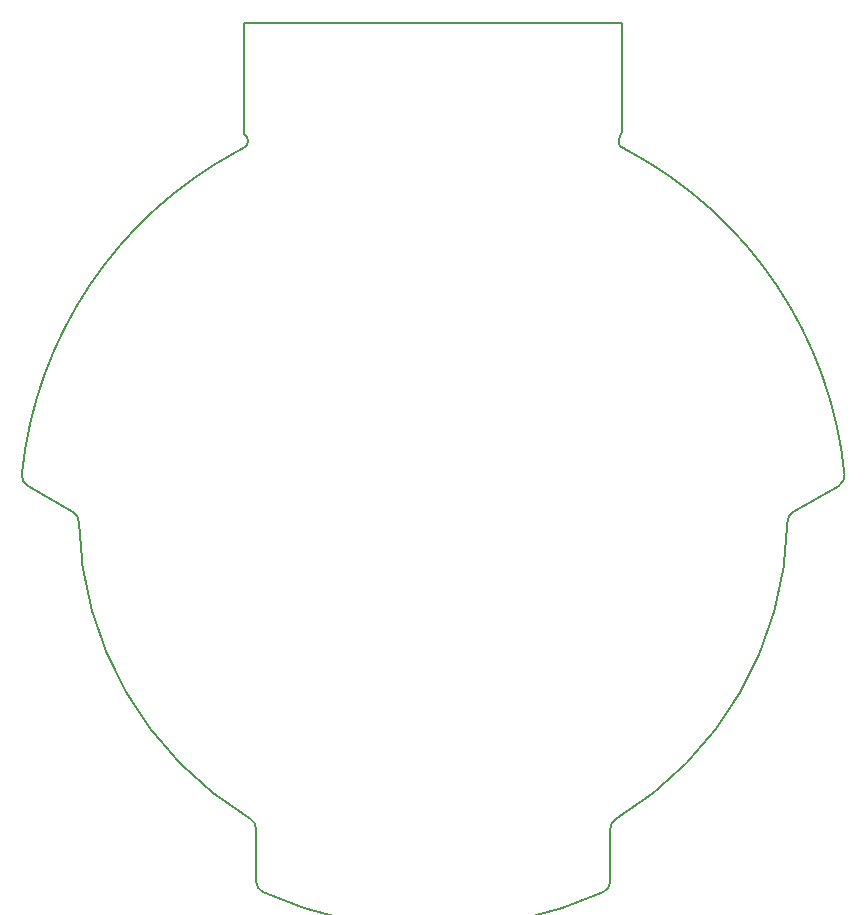
<source format=gbr>
%TF.GenerationSoftware,KiCad,Pcbnew,7.0.6*%
%TF.CreationDate,2024-04-14T17:53:18+02:00*%
%TF.ProjectId,amulet_controller,616d756c-6574-45f6-936f-6e74726f6c6c,1.1*%
%TF.SameCoordinates,Original*%
%TF.FileFunction,Profile,NP*%
%FSLAX46Y46*%
G04 Gerber Fmt 4.6, Leading zero omitted, Abs format (unit mm)*
G04 Created by KiCad (PCBNEW 7.0.6) date 2024-04-14 17:53:18*
%MOMM*%
%LPD*%
G01*
G04 APERTURE LIST*
%TA.AperFunction,Profile*%
%ADD10C,0.200000*%
%TD*%
G04 APERTURE END LIST*
D10*
X131972620Y-59148317D02*
G75*
G03*
X113672501Y-86533479I16527780J-30851783D01*
G01*
X162912152Y-121895231D02*
G75*
G03*
X163500400Y-120983971I-411652J911231D01*
G01*
X132536513Y-58846236D02*
G75*
G03*
X132800398Y-58405497I-236113J440736D01*
G01*
X133500403Y-116551943D02*
G75*
G03*
X133016528Y-115695429I-1000103J-57D01*
G01*
X164200405Y-58405495D02*
G75*
G03*
X164464289Y-58846234I499995J-5D01*
G01*
X133500428Y-120983970D02*
G75*
G03*
X134088635Y-121895259I999972J-30D01*
G01*
X163984274Y-115695425D02*
G75*
G03*
X178495141Y-90561866I-15483874J25695325D01*
G01*
X182833206Y-87498535D02*
G75*
G03*
X183328296Y-86533478I-500006J866035D01*
G01*
X132500400Y-57744151D02*
X132536513Y-57763500D01*
X178994960Y-89714558D02*
G75*
G03*
X178495141Y-90561866I500040J-866042D01*
G01*
X132536512Y-58846234D02*
X131972621Y-59148319D01*
X164500400Y-48300103D02*
X132500398Y-48300102D01*
X164350404Y-57847167D02*
G75*
G03*
X164200400Y-58204237I349896J-357033D01*
G01*
X163500400Y-120983971D02*
X163500399Y-116551940D01*
X133500400Y-116551943D02*
X133500401Y-120983970D01*
X163984282Y-115695438D02*
G75*
G03*
X163500399Y-116551940I516018J-856462D01*
G01*
X114167584Y-87498553D02*
X118005835Y-89714566D01*
X118505658Y-90561866D02*
G75*
G03*
X133016529Y-115695428I29994742J561766D01*
G01*
X134088636Y-121895258D02*
G75*
G03*
X162912165Y-121895258I14411764J31895158D01*
G01*
X132800401Y-58204236D02*
G75*
G03*
X132536513Y-57763500I-500101J-64D01*
G01*
X132800400Y-58204236D02*
X132800398Y-58405497D01*
X164200400Y-58405495D02*
X164200400Y-58204237D01*
X165028178Y-59148317D02*
X164464289Y-58846235D01*
X178994965Y-89714566D02*
X182833214Y-87498549D01*
X183328298Y-86533478D02*
G75*
G03*
X165028178Y-59148317I-34827898J-3466622D01*
G01*
X164500401Y-57490093D02*
X164500400Y-48300103D01*
X118505649Y-90561866D02*
G75*
G03*
X118005835Y-89714567I-999849J-18734D01*
G01*
X113672484Y-86533477D02*
G75*
G03*
X114167584Y-87498552I995116J-99023D01*
G01*
X164350384Y-57847147D02*
G75*
G03*
X164500401Y-57490093I-349884J357047D01*
G01*
X132500398Y-48300102D02*
X132500400Y-57744151D01*
M02*

</source>
